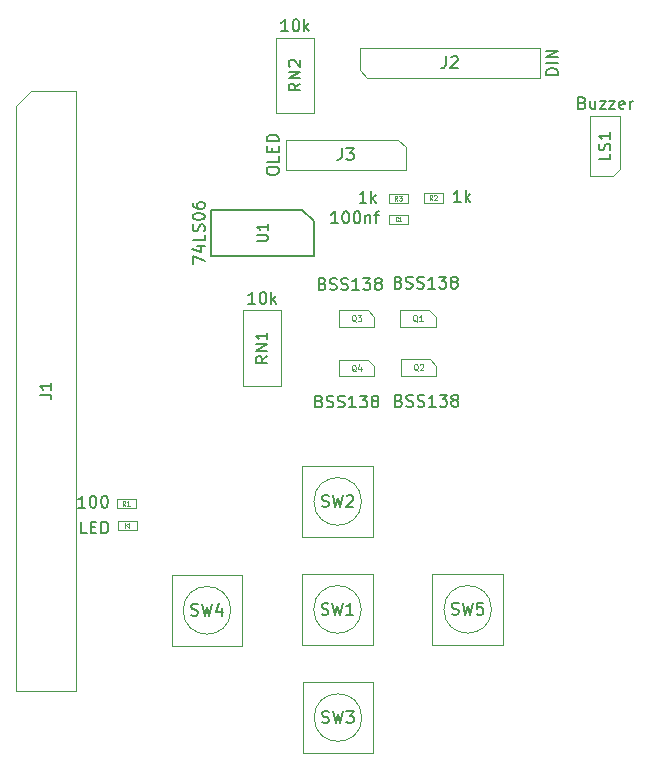
<source format=gbr>
G04 #@! TF.FileFunction,Other,Fab,Top*
%FSLAX46Y46*%
G04 Gerber Fmt 4.6, Leading zero omitted, Abs format (unit mm)*
G04 Created by KiCad (PCBNEW 4.0.7) date 07/10/18 09:51:00*
%MOMM*%
%LPD*%
G01*
G04 APERTURE LIST*
%ADD10C,0.100000*%
%ADD11C,0.150000*%
%ADD12C,0.075000*%
%ADD13C,0.135000*%
G04 APERTURE END LIST*
D10*
X118965880Y-98301760D02*
X117365880Y-98301760D01*
X117365880Y-98301760D02*
X117365880Y-97501760D01*
X117365880Y-97501760D02*
X118965880Y-97501760D01*
X118965880Y-97501760D02*
X118965880Y-98301760D01*
X95019520Y-123630080D02*
X95019520Y-124030080D01*
X95069520Y-123830080D02*
X95369520Y-123630080D01*
X95369520Y-124030080D02*
X95069520Y-123830080D01*
X95369520Y-123630080D02*
X95369520Y-124030080D01*
X96019520Y-124230080D02*
X94419520Y-124230080D01*
X96019520Y-123430080D02*
X96019520Y-124230080D01*
X94419520Y-123430080D02*
X96019520Y-123430080D01*
X94419520Y-124230080D02*
X94419520Y-123430080D01*
X114904520Y-85293200D02*
X114904520Y-83388200D01*
X114904520Y-83388200D02*
X130144520Y-83388200D01*
X130144520Y-83388200D02*
X130144520Y-85928200D01*
X130144520Y-85928200D02*
X115539520Y-85928200D01*
X115539520Y-85928200D02*
X114904520Y-85293200D01*
X118785640Y-91790520D02*
X118785640Y-93695520D01*
X118785640Y-93695520D02*
X108625640Y-93695520D01*
X108625640Y-93695520D02*
X108625640Y-91155520D01*
X108625640Y-91155520D02*
X118150640Y-91155520D01*
X118150640Y-91155520D02*
X118785640Y-91790520D01*
X120759260Y-105601540D02*
X118309260Y-105601540D01*
X121329260Y-106151540D02*
X121329260Y-107001540D01*
X120759260Y-105601540D02*
X121329260Y-106151540D01*
X121329260Y-107001540D02*
X118289260Y-107001540D01*
X118289260Y-105601540D02*
X118289260Y-107001540D01*
X120815140Y-109736660D02*
X118365140Y-109736660D01*
X121385140Y-110286660D02*
X121385140Y-111136660D01*
X120815140Y-109736660D02*
X121385140Y-110286660D01*
X121385140Y-111136660D02*
X118345140Y-111136660D01*
X118345140Y-109736660D02*
X118345140Y-111136660D01*
X115562420Y-105601540D02*
X113112420Y-105601540D01*
X116132420Y-106151540D02*
X116132420Y-107001540D01*
X115562420Y-105601540D02*
X116132420Y-106151540D01*
X116132420Y-107001540D02*
X113092420Y-107001540D01*
X113092420Y-105601540D02*
X113092420Y-107001540D01*
X115562420Y-109792540D02*
X113112420Y-109792540D01*
X116132420Y-110342540D02*
X116132420Y-111192540D01*
X115562420Y-109792540D02*
X116132420Y-110342540D01*
X116132420Y-111192540D02*
X113092420Y-111192540D01*
X113092420Y-109792540D02*
X113092420Y-111192540D01*
X94307760Y-122386040D02*
X94307760Y-121586040D01*
X95907760Y-122386040D02*
X94307760Y-122386040D01*
X95907760Y-121586040D02*
X95907760Y-122386040D01*
X94307760Y-121586040D02*
X95907760Y-121586040D01*
X120299580Y-96485660D02*
X120299580Y-95685660D01*
X121899580Y-96485660D02*
X120299580Y-96485660D01*
X121899580Y-95685660D02*
X121899580Y-96485660D01*
X120299580Y-95685660D02*
X121899580Y-95685660D01*
X118937940Y-95741540D02*
X118937940Y-96541540D01*
X117337940Y-95741540D02*
X118937940Y-95741540D01*
X117337940Y-96541540D02*
X117337940Y-95741540D01*
X118937940Y-96541540D02*
X117337940Y-96541540D01*
X108221580Y-112016140D02*
X105021580Y-112016140D01*
X105021580Y-112016140D02*
X105021580Y-105616140D01*
X105021580Y-105616140D02*
X108221580Y-105616140D01*
X108221580Y-105616140D02*
X108221580Y-112016140D01*
X111013040Y-88919920D02*
X107813040Y-88919920D01*
X107813040Y-88919920D02*
X107813040Y-82519920D01*
X107813040Y-82519920D02*
X111013040Y-82519920D01*
X111013040Y-82519920D02*
X111013040Y-88919920D01*
X113003400Y-127939100D02*
X116003400Y-127939100D01*
X116003400Y-127939100D02*
X116003400Y-133939100D01*
X116003400Y-133939100D02*
X110003400Y-133939100D01*
X110003400Y-133939100D02*
X110003400Y-127939100D01*
X110003400Y-127939100D02*
X113003400Y-127939100D01*
X115018964Y-130939100D02*
G75*
G03X115018964Y-130939100I-2015564J0D01*
G01*
X113018640Y-118795100D02*
X116018640Y-118795100D01*
X116018640Y-118795100D02*
X116018640Y-124795100D01*
X116018640Y-124795100D02*
X110018640Y-124795100D01*
X110018640Y-124795100D02*
X110018640Y-118795100D01*
X110018640Y-118795100D02*
X113018640Y-118795100D01*
X115034204Y-121795100D02*
G75*
G03X115034204Y-121795100I-2015564J0D01*
G01*
X113046580Y-137095800D02*
X116046580Y-137095800D01*
X116046580Y-137095800D02*
X116046580Y-143095800D01*
X116046580Y-143095800D02*
X110046580Y-143095800D01*
X110046580Y-143095800D02*
X110046580Y-137095800D01*
X110046580Y-137095800D02*
X113046580Y-137095800D01*
X115062144Y-140095800D02*
G75*
G03X115062144Y-140095800I-2015564J0D01*
G01*
X101954400Y-128015300D02*
X104954400Y-128015300D01*
X104954400Y-128015300D02*
X104954400Y-134015300D01*
X104954400Y-134015300D02*
X98954400Y-134015300D01*
X98954400Y-134015300D02*
X98954400Y-128015300D01*
X98954400Y-128015300D02*
X101954400Y-128015300D01*
X103969964Y-131015300D02*
G75*
G03X103969964Y-131015300I-2015564J0D01*
G01*
X124027000Y-127931480D02*
X127027000Y-127931480D01*
X127027000Y-127931480D02*
X127027000Y-133931480D01*
X127027000Y-133931480D02*
X121027000Y-133931480D01*
X121027000Y-133931480D02*
X121027000Y-127931480D01*
X121027000Y-127931480D02*
X124027000Y-127931480D01*
X126042564Y-130931480D02*
G75*
G03X126042564Y-130931480I-2015564J0D01*
G01*
D11*
X111030000Y-98084600D02*
X111030000Y-100984600D01*
X111030000Y-100984600D02*
X102330000Y-100984600D01*
X102330000Y-100984600D02*
X102330000Y-97084600D01*
X102330000Y-97084600D02*
X110030000Y-97084600D01*
X110030000Y-97084600D02*
X111030000Y-98084600D01*
D10*
X87061040Y-87020400D02*
X90871040Y-87020400D01*
X90871040Y-87020400D02*
X90871040Y-137820400D01*
X90871040Y-137820400D02*
X85791040Y-137820400D01*
X85791040Y-137820400D02*
X85791040Y-88290400D01*
X85791040Y-88290400D02*
X87061040Y-87020400D01*
X136296400Y-94259400D02*
X134391400Y-94259400D01*
X134391400Y-94259400D02*
X134391400Y-89179400D01*
X134391400Y-89179400D02*
X136931400Y-89179400D01*
X136931400Y-89179400D02*
X136931400Y-93624400D01*
X136931400Y-93624400D02*
X136296400Y-94259400D01*
D11*
X113037478Y-98242381D02*
X112466049Y-98242381D01*
X112751763Y-98242381D02*
X112751763Y-97242381D01*
X112656525Y-97385238D01*
X112561287Y-97480476D01*
X112466049Y-97528095D01*
X113656525Y-97242381D02*
X113751764Y-97242381D01*
X113847002Y-97290000D01*
X113894621Y-97337619D01*
X113942240Y-97432857D01*
X113989859Y-97623333D01*
X113989859Y-97861429D01*
X113942240Y-98051905D01*
X113894621Y-98147143D01*
X113847002Y-98194762D01*
X113751764Y-98242381D01*
X113656525Y-98242381D01*
X113561287Y-98194762D01*
X113513668Y-98147143D01*
X113466049Y-98051905D01*
X113418430Y-97861429D01*
X113418430Y-97623333D01*
X113466049Y-97432857D01*
X113513668Y-97337619D01*
X113561287Y-97290000D01*
X113656525Y-97242381D01*
X114608906Y-97242381D02*
X114704145Y-97242381D01*
X114799383Y-97290000D01*
X114847002Y-97337619D01*
X114894621Y-97432857D01*
X114942240Y-97623333D01*
X114942240Y-97861429D01*
X114894621Y-98051905D01*
X114847002Y-98147143D01*
X114799383Y-98194762D01*
X114704145Y-98242381D01*
X114608906Y-98242381D01*
X114513668Y-98194762D01*
X114466049Y-98147143D01*
X114418430Y-98051905D01*
X114370811Y-97861429D01*
X114370811Y-97623333D01*
X114418430Y-97432857D01*
X114466049Y-97337619D01*
X114513668Y-97290000D01*
X114608906Y-97242381D01*
X115370811Y-97575714D02*
X115370811Y-98242381D01*
X115370811Y-97670952D02*
X115418430Y-97623333D01*
X115513668Y-97575714D01*
X115656526Y-97575714D01*
X115751764Y-97623333D01*
X115799383Y-97718571D01*
X115799383Y-98242381D01*
X116132716Y-97575714D02*
X116513668Y-97575714D01*
X116275573Y-98242381D02*
X116275573Y-97385238D01*
X116323192Y-97290000D01*
X116418430Y-97242381D01*
X116513668Y-97242381D01*
D12*
X118115880Y-98008903D02*
X118101594Y-98023189D01*
X118058737Y-98037474D01*
X118030166Y-98037474D01*
X117987309Y-98023189D01*
X117958737Y-97994617D01*
X117944452Y-97966046D01*
X117930166Y-97908903D01*
X117930166Y-97866046D01*
X117944452Y-97808903D01*
X117958737Y-97780331D01*
X117987309Y-97751760D01*
X118030166Y-97737474D01*
X118058737Y-97737474D01*
X118101594Y-97751760D01*
X118115880Y-97766046D01*
X118401594Y-98037474D02*
X118230166Y-98037474D01*
X118315880Y-98037474D02*
X118315880Y-97737474D01*
X118287309Y-97780331D01*
X118258737Y-97808903D01*
X118230166Y-97823189D01*
D11*
X91782663Y-124505981D02*
X91306472Y-124505981D01*
X91306472Y-123505981D01*
X92115996Y-123982171D02*
X92449330Y-123982171D01*
X92592187Y-124505981D02*
X92115996Y-124505981D01*
X92115996Y-123505981D01*
X92592187Y-123505981D01*
X93020758Y-124505981D02*
X93020758Y-123505981D01*
X93258853Y-123505981D01*
X93401711Y-123553600D01*
X93496949Y-123648838D01*
X93544568Y-123744076D01*
X93592187Y-123934552D01*
X93592187Y-124077410D01*
X93544568Y-124267886D01*
X93496949Y-124363124D01*
X93401711Y-124458362D01*
X93258853Y-124505981D01*
X93020758Y-124505981D01*
X131656901Y-85682009D02*
X130656901Y-85682009D01*
X130656901Y-85443914D01*
X130704520Y-85301056D01*
X130799758Y-85205818D01*
X130894996Y-85158199D01*
X131085472Y-85110580D01*
X131228330Y-85110580D01*
X131418806Y-85158199D01*
X131514044Y-85205818D01*
X131609282Y-85301056D01*
X131656901Y-85443914D01*
X131656901Y-85682009D01*
X131656901Y-84682009D02*
X130656901Y-84682009D01*
X131656901Y-84205819D02*
X130656901Y-84205819D01*
X131656901Y-83634390D01*
X130656901Y-83634390D01*
X122191187Y-84110581D02*
X122191187Y-84824867D01*
X122143567Y-84967724D01*
X122048329Y-85062962D01*
X121905472Y-85110581D01*
X121810234Y-85110581D01*
X122619758Y-84205819D02*
X122667377Y-84158200D01*
X122762615Y-84110581D01*
X123000711Y-84110581D01*
X123095949Y-84158200D01*
X123143568Y-84205819D01*
X123191187Y-84301057D01*
X123191187Y-84396295D01*
X123143568Y-84539152D01*
X122572139Y-85110581D01*
X123191187Y-85110581D01*
X107018021Y-93877901D02*
X107018021Y-93687424D01*
X107065640Y-93592186D01*
X107160878Y-93496948D01*
X107351354Y-93449329D01*
X107684688Y-93449329D01*
X107875164Y-93496948D01*
X107970402Y-93592186D01*
X108018021Y-93687424D01*
X108018021Y-93877901D01*
X107970402Y-93973139D01*
X107875164Y-94068377D01*
X107684688Y-94115996D01*
X107351354Y-94115996D01*
X107160878Y-94068377D01*
X107065640Y-93973139D01*
X107018021Y-93877901D01*
X108018021Y-92544567D02*
X108018021Y-93020758D01*
X107018021Y-93020758D01*
X107494211Y-92211234D02*
X107494211Y-91877900D01*
X108018021Y-91735043D02*
X108018021Y-92211234D01*
X107018021Y-92211234D01*
X107018021Y-91735043D01*
X108018021Y-91306472D02*
X107018021Y-91306472D01*
X107018021Y-91068377D01*
X107065640Y-90925519D01*
X107160878Y-90830281D01*
X107256116Y-90782662D01*
X107446592Y-90735043D01*
X107589450Y-90735043D01*
X107779926Y-90782662D01*
X107875164Y-90830281D01*
X107970402Y-90925519D01*
X108018021Y-91068377D01*
X108018021Y-91306472D01*
X113372307Y-91877901D02*
X113372307Y-92592187D01*
X113324687Y-92735044D01*
X113229449Y-92830282D01*
X113086592Y-92877901D01*
X112991354Y-92877901D01*
X113753259Y-91877901D02*
X114372307Y-91877901D01*
X114038973Y-92258853D01*
X114181831Y-92258853D01*
X114277069Y-92306472D01*
X114324688Y-92354091D01*
X114372307Y-92449330D01*
X114372307Y-92687425D01*
X114324688Y-92782663D01*
X114277069Y-92830282D01*
X114181831Y-92877901D01*
X113896116Y-92877901D01*
X113800878Y-92830282D01*
X113753259Y-92782663D01*
X118167757Y-103250691D02*
X118310614Y-103298310D01*
X118358233Y-103345930D01*
X118405852Y-103441168D01*
X118405852Y-103584025D01*
X118358233Y-103679263D01*
X118310614Y-103726882D01*
X118215376Y-103774501D01*
X117834423Y-103774501D01*
X117834423Y-102774501D01*
X118167757Y-102774501D01*
X118262995Y-102822120D01*
X118310614Y-102869739D01*
X118358233Y-102964977D01*
X118358233Y-103060215D01*
X118310614Y-103155453D01*
X118262995Y-103203072D01*
X118167757Y-103250691D01*
X117834423Y-103250691D01*
X118786804Y-103726882D02*
X118929661Y-103774501D01*
X119167757Y-103774501D01*
X119262995Y-103726882D01*
X119310614Y-103679263D01*
X119358233Y-103584025D01*
X119358233Y-103488787D01*
X119310614Y-103393549D01*
X119262995Y-103345930D01*
X119167757Y-103298310D01*
X118977280Y-103250691D01*
X118882042Y-103203072D01*
X118834423Y-103155453D01*
X118786804Y-103060215D01*
X118786804Y-102964977D01*
X118834423Y-102869739D01*
X118882042Y-102822120D01*
X118977280Y-102774501D01*
X119215376Y-102774501D01*
X119358233Y-102822120D01*
X119739185Y-103726882D02*
X119882042Y-103774501D01*
X120120138Y-103774501D01*
X120215376Y-103726882D01*
X120262995Y-103679263D01*
X120310614Y-103584025D01*
X120310614Y-103488787D01*
X120262995Y-103393549D01*
X120215376Y-103345930D01*
X120120138Y-103298310D01*
X119929661Y-103250691D01*
X119834423Y-103203072D01*
X119786804Y-103155453D01*
X119739185Y-103060215D01*
X119739185Y-102964977D01*
X119786804Y-102869739D01*
X119834423Y-102822120D01*
X119929661Y-102774501D01*
X120167757Y-102774501D01*
X120310614Y-102822120D01*
X121262995Y-103774501D02*
X120691566Y-103774501D01*
X120977280Y-103774501D02*
X120977280Y-102774501D01*
X120882042Y-102917358D01*
X120786804Y-103012596D01*
X120691566Y-103060215D01*
X121596328Y-102774501D02*
X122215376Y-102774501D01*
X121882042Y-103155453D01*
X122024900Y-103155453D01*
X122120138Y-103203072D01*
X122167757Y-103250691D01*
X122215376Y-103345930D01*
X122215376Y-103584025D01*
X122167757Y-103679263D01*
X122120138Y-103726882D01*
X122024900Y-103774501D01*
X121739185Y-103774501D01*
X121643947Y-103726882D01*
X121596328Y-103679263D01*
X122786804Y-103203072D02*
X122691566Y-103155453D01*
X122643947Y-103107834D01*
X122596328Y-103012596D01*
X122596328Y-102964977D01*
X122643947Y-102869739D01*
X122691566Y-102822120D01*
X122786804Y-102774501D01*
X122977281Y-102774501D01*
X123072519Y-102822120D01*
X123120138Y-102869739D01*
X123167757Y-102964977D01*
X123167757Y-103012596D01*
X123120138Y-103107834D01*
X123072519Y-103155453D01*
X122977281Y-103203072D01*
X122786804Y-103203072D01*
X122691566Y-103250691D01*
X122643947Y-103298310D01*
X122596328Y-103393549D01*
X122596328Y-103584025D01*
X122643947Y-103679263D01*
X122691566Y-103726882D01*
X122786804Y-103774501D01*
X122977281Y-103774501D01*
X123072519Y-103726882D01*
X123120138Y-103679263D01*
X123167757Y-103584025D01*
X123167757Y-103393549D01*
X123120138Y-103298310D01*
X123072519Y-103250691D01*
X122977281Y-103203072D01*
D12*
X119761641Y-106575350D02*
X119714022Y-106551540D01*
X119666403Y-106503921D01*
X119594974Y-106432492D01*
X119547355Y-106408683D01*
X119499736Y-106408683D01*
X119523546Y-106527730D02*
X119475927Y-106503921D01*
X119428308Y-106456302D01*
X119404498Y-106361064D01*
X119404498Y-106194397D01*
X119428308Y-106099159D01*
X119475927Y-106051540D01*
X119523546Y-106027730D01*
X119618784Y-106027730D01*
X119666403Y-106051540D01*
X119714022Y-106099159D01*
X119737831Y-106194397D01*
X119737831Y-106361064D01*
X119714022Y-106456302D01*
X119666403Y-106503921D01*
X119618784Y-106527730D01*
X119523546Y-106527730D01*
X120214022Y-106527730D02*
X119928308Y-106527730D01*
X120071165Y-106527730D02*
X120071165Y-106027730D01*
X120023546Y-106099159D01*
X119975927Y-106146778D01*
X119928308Y-106170588D01*
D11*
X118223637Y-113253211D02*
X118366494Y-113300830D01*
X118414113Y-113348450D01*
X118461732Y-113443688D01*
X118461732Y-113586545D01*
X118414113Y-113681783D01*
X118366494Y-113729402D01*
X118271256Y-113777021D01*
X117890303Y-113777021D01*
X117890303Y-112777021D01*
X118223637Y-112777021D01*
X118318875Y-112824640D01*
X118366494Y-112872259D01*
X118414113Y-112967497D01*
X118414113Y-113062735D01*
X118366494Y-113157973D01*
X118318875Y-113205592D01*
X118223637Y-113253211D01*
X117890303Y-113253211D01*
X118842684Y-113729402D02*
X118985541Y-113777021D01*
X119223637Y-113777021D01*
X119318875Y-113729402D01*
X119366494Y-113681783D01*
X119414113Y-113586545D01*
X119414113Y-113491307D01*
X119366494Y-113396069D01*
X119318875Y-113348450D01*
X119223637Y-113300830D01*
X119033160Y-113253211D01*
X118937922Y-113205592D01*
X118890303Y-113157973D01*
X118842684Y-113062735D01*
X118842684Y-112967497D01*
X118890303Y-112872259D01*
X118937922Y-112824640D01*
X119033160Y-112777021D01*
X119271256Y-112777021D01*
X119414113Y-112824640D01*
X119795065Y-113729402D02*
X119937922Y-113777021D01*
X120176018Y-113777021D01*
X120271256Y-113729402D01*
X120318875Y-113681783D01*
X120366494Y-113586545D01*
X120366494Y-113491307D01*
X120318875Y-113396069D01*
X120271256Y-113348450D01*
X120176018Y-113300830D01*
X119985541Y-113253211D01*
X119890303Y-113205592D01*
X119842684Y-113157973D01*
X119795065Y-113062735D01*
X119795065Y-112967497D01*
X119842684Y-112872259D01*
X119890303Y-112824640D01*
X119985541Y-112777021D01*
X120223637Y-112777021D01*
X120366494Y-112824640D01*
X121318875Y-113777021D02*
X120747446Y-113777021D01*
X121033160Y-113777021D02*
X121033160Y-112777021D01*
X120937922Y-112919878D01*
X120842684Y-113015116D01*
X120747446Y-113062735D01*
X121652208Y-112777021D02*
X122271256Y-112777021D01*
X121937922Y-113157973D01*
X122080780Y-113157973D01*
X122176018Y-113205592D01*
X122223637Y-113253211D01*
X122271256Y-113348450D01*
X122271256Y-113586545D01*
X122223637Y-113681783D01*
X122176018Y-113729402D01*
X122080780Y-113777021D01*
X121795065Y-113777021D01*
X121699827Y-113729402D01*
X121652208Y-113681783D01*
X122842684Y-113205592D02*
X122747446Y-113157973D01*
X122699827Y-113110354D01*
X122652208Y-113015116D01*
X122652208Y-112967497D01*
X122699827Y-112872259D01*
X122747446Y-112824640D01*
X122842684Y-112777021D01*
X123033161Y-112777021D01*
X123128399Y-112824640D01*
X123176018Y-112872259D01*
X123223637Y-112967497D01*
X123223637Y-113015116D01*
X123176018Y-113110354D01*
X123128399Y-113157973D01*
X123033161Y-113205592D01*
X122842684Y-113205592D01*
X122747446Y-113253211D01*
X122699827Y-113300830D01*
X122652208Y-113396069D01*
X122652208Y-113586545D01*
X122699827Y-113681783D01*
X122747446Y-113729402D01*
X122842684Y-113777021D01*
X123033161Y-113777021D01*
X123128399Y-113729402D01*
X123176018Y-113681783D01*
X123223637Y-113586545D01*
X123223637Y-113396069D01*
X123176018Y-113300830D01*
X123128399Y-113253211D01*
X123033161Y-113205592D01*
D12*
X119817521Y-110710470D02*
X119769902Y-110686660D01*
X119722283Y-110639041D01*
X119650854Y-110567612D01*
X119603235Y-110543803D01*
X119555616Y-110543803D01*
X119579426Y-110662850D02*
X119531807Y-110639041D01*
X119484188Y-110591422D01*
X119460378Y-110496184D01*
X119460378Y-110329517D01*
X119484188Y-110234279D01*
X119531807Y-110186660D01*
X119579426Y-110162850D01*
X119674664Y-110162850D01*
X119722283Y-110186660D01*
X119769902Y-110234279D01*
X119793711Y-110329517D01*
X119793711Y-110496184D01*
X119769902Y-110591422D01*
X119722283Y-110639041D01*
X119674664Y-110662850D01*
X119579426Y-110662850D01*
X119984188Y-110210470D02*
X120007998Y-110186660D01*
X120055617Y-110162850D01*
X120174664Y-110162850D01*
X120222283Y-110186660D01*
X120246093Y-110210470D01*
X120269902Y-110258089D01*
X120269902Y-110305708D01*
X120246093Y-110377136D01*
X119960379Y-110662850D01*
X120269902Y-110662850D01*
D11*
X111741557Y-103362451D02*
X111884414Y-103410070D01*
X111932033Y-103457690D01*
X111979652Y-103552928D01*
X111979652Y-103695785D01*
X111932033Y-103791023D01*
X111884414Y-103838642D01*
X111789176Y-103886261D01*
X111408223Y-103886261D01*
X111408223Y-102886261D01*
X111741557Y-102886261D01*
X111836795Y-102933880D01*
X111884414Y-102981499D01*
X111932033Y-103076737D01*
X111932033Y-103171975D01*
X111884414Y-103267213D01*
X111836795Y-103314832D01*
X111741557Y-103362451D01*
X111408223Y-103362451D01*
X112360604Y-103838642D02*
X112503461Y-103886261D01*
X112741557Y-103886261D01*
X112836795Y-103838642D01*
X112884414Y-103791023D01*
X112932033Y-103695785D01*
X112932033Y-103600547D01*
X112884414Y-103505309D01*
X112836795Y-103457690D01*
X112741557Y-103410070D01*
X112551080Y-103362451D01*
X112455842Y-103314832D01*
X112408223Y-103267213D01*
X112360604Y-103171975D01*
X112360604Y-103076737D01*
X112408223Y-102981499D01*
X112455842Y-102933880D01*
X112551080Y-102886261D01*
X112789176Y-102886261D01*
X112932033Y-102933880D01*
X113312985Y-103838642D02*
X113455842Y-103886261D01*
X113693938Y-103886261D01*
X113789176Y-103838642D01*
X113836795Y-103791023D01*
X113884414Y-103695785D01*
X113884414Y-103600547D01*
X113836795Y-103505309D01*
X113789176Y-103457690D01*
X113693938Y-103410070D01*
X113503461Y-103362451D01*
X113408223Y-103314832D01*
X113360604Y-103267213D01*
X113312985Y-103171975D01*
X113312985Y-103076737D01*
X113360604Y-102981499D01*
X113408223Y-102933880D01*
X113503461Y-102886261D01*
X113741557Y-102886261D01*
X113884414Y-102933880D01*
X114836795Y-103886261D02*
X114265366Y-103886261D01*
X114551080Y-103886261D02*
X114551080Y-102886261D01*
X114455842Y-103029118D01*
X114360604Y-103124356D01*
X114265366Y-103171975D01*
X115170128Y-102886261D02*
X115789176Y-102886261D01*
X115455842Y-103267213D01*
X115598700Y-103267213D01*
X115693938Y-103314832D01*
X115741557Y-103362451D01*
X115789176Y-103457690D01*
X115789176Y-103695785D01*
X115741557Y-103791023D01*
X115693938Y-103838642D01*
X115598700Y-103886261D01*
X115312985Y-103886261D01*
X115217747Y-103838642D01*
X115170128Y-103791023D01*
X116360604Y-103314832D02*
X116265366Y-103267213D01*
X116217747Y-103219594D01*
X116170128Y-103124356D01*
X116170128Y-103076737D01*
X116217747Y-102981499D01*
X116265366Y-102933880D01*
X116360604Y-102886261D01*
X116551081Y-102886261D01*
X116646319Y-102933880D01*
X116693938Y-102981499D01*
X116741557Y-103076737D01*
X116741557Y-103124356D01*
X116693938Y-103219594D01*
X116646319Y-103267213D01*
X116551081Y-103314832D01*
X116360604Y-103314832D01*
X116265366Y-103362451D01*
X116217747Y-103410070D01*
X116170128Y-103505309D01*
X116170128Y-103695785D01*
X116217747Y-103791023D01*
X116265366Y-103838642D01*
X116360604Y-103886261D01*
X116551081Y-103886261D01*
X116646319Y-103838642D01*
X116693938Y-103791023D01*
X116741557Y-103695785D01*
X116741557Y-103505309D01*
X116693938Y-103410070D01*
X116646319Y-103362451D01*
X116551081Y-103314832D01*
D12*
X114564801Y-106575350D02*
X114517182Y-106551540D01*
X114469563Y-106503921D01*
X114398134Y-106432492D01*
X114350515Y-106408683D01*
X114302896Y-106408683D01*
X114326706Y-106527730D02*
X114279087Y-106503921D01*
X114231468Y-106456302D01*
X114207658Y-106361064D01*
X114207658Y-106194397D01*
X114231468Y-106099159D01*
X114279087Y-106051540D01*
X114326706Y-106027730D01*
X114421944Y-106027730D01*
X114469563Y-106051540D01*
X114517182Y-106099159D01*
X114540991Y-106194397D01*
X114540991Y-106361064D01*
X114517182Y-106456302D01*
X114469563Y-106503921D01*
X114421944Y-106527730D01*
X114326706Y-106527730D01*
X114707659Y-106027730D02*
X115017182Y-106027730D01*
X114850516Y-106218207D01*
X114921944Y-106218207D01*
X114969563Y-106242016D01*
X114993373Y-106265826D01*
X115017182Y-106313445D01*
X115017182Y-106432492D01*
X114993373Y-106480111D01*
X114969563Y-106503921D01*
X114921944Y-106527730D01*
X114779087Y-106527730D01*
X114731468Y-106503921D01*
X114707659Y-106480111D01*
D11*
X111462157Y-113309091D02*
X111605014Y-113356710D01*
X111652633Y-113404330D01*
X111700252Y-113499568D01*
X111700252Y-113642425D01*
X111652633Y-113737663D01*
X111605014Y-113785282D01*
X111509776Y-113832901D01*
X111128823Y-113832901D01*
X111128823Y-112832901D01*
X111462157Y-112832901D01*
X111557395Y-112880520D01*
X111605014Y-112928139D01*
X111652633Y-113023377D01*
X111652633Y-113118615D01*
X111605014Y-113213853D01*
X111557395Y-113261472D01*
X111462157Y-113309091D01*
X111128823Y-113309091D01*
X112081204Y-113785282D02*
X112224061Y-113832901D01*
X112462157Y-113832901D01*
X112557395Y-113785282D01*
X112605014Y-113737663D01*
X112652633Y-113642425D01*
X112652633Y-113547187D01*
X112605014Y-113451949D01*
X112557395Y-113404330D01*
X112462157Y-113356710D01*
X112271680Y-113309091D01*
X112176442Y-113261472D01*
X112128823Y-113213853D01*
X112081204Y-113118615D01*
X112081204Y-113023377D01*
X112128823Y-112928139D01*
X112176442Y-112880520D01*
X112271680Y-112832901D01*
X112509776Y-112832901D01*
X112652633Y-112880520D01*
X113033585Y-113785282D02*
X113176442Y-113832901D01*
X113414538Y-113832901D01*
X113509776Y-113785282D01*
X113557395Y-113737663D01*
X113605014Y-113642425D01*
X113605014Y-113547187D01*
X113557395Y-113451949D01*
X113509776Y-113404330D01*
X113414538Y-113356710D01*
X113224061Y-113309091D01*
X113128823Y-113261472D01*
X113081204Y-113213853D01*
X113033585Y-113118615D01*
X113033585Y-113023377D01*
X113081204Y-112928139D01*
X113128823Y-112880520D01*
X113224061Y-112832901D01*
X113462157Y-112832901D01*
X113605014Y-112880520D01*
X114557395Y-113832901D02*
X113985966Y-113832901D01*
X114271680Y-113832901D02*
X114271680Y-112832901D01*
X114176442Y-112975758D01*
X114081204Y-113070996D01*
X113985966Y-113118615D01*
X114890728Y-112832901D02*
X115509776Y-112832901D01*
X115176442Y-113213853D01*
X115319300Y-113213853D01*
X115414538Y-113261472D01*
X115462157Y-113309091D01*
X115509776Y-113404330D01*
X115509776Y-113642425D01*
X115462157Y-113737663D01*
X115414538Y-113785282D01*
X115319300Y-113832901D01*
X115033585Y-113832901D01*
X114938347Y-113785282D01*
X114890728Y-113737663D01*
X116081204Y-113261472D02*
X115985966Y-113213853D01*
X115938347Y-113166234D01*
X115890728Y-113070996D01*
X115890728Y-113023377D01*
X115938347Y-112928139D01*
X115985966Y-112880520D01*
X116081204Y-112832901D01*
X116271681Y-112832901D01*
X116366919Y-112880520D01*
X116414538Y-112928139D01*
X116462157Y-113023377D01*
X116462157Y-113070996D01*
X116414538Y-113166234D01*
X116366919Y-113213853D01*
X116271681Y-113261472D01*
X116081204Y-113261472D01*
X115985966Y-113309091D01*
X115938347Y-113356710D01*
X115890728Y-113451949D01*
X115890728Y-113642425D01*
X115938347Y-113737663D01*
X115985966Y-113785282D01*
X116081204Y-113832901D01*
X116271681Y-113832901D01*
X116366919Y-113785282D01*
X116414538Y-113737663D01*
X116462157Y-113642425D01*
X116462157Y-113451949D01*
X116414538Y-113356710D01*
X116366919Y-113309091D01*
X116271681Y-113261472D01*
D12*
X114564801Y-110766350D02*
X114517182Y-110742540D01*
X114469563Y-110694921D01*
X114398134Y-110623492D01*
X114350515Y-110599683D01*
X114302896Y-110599683D01*
X114326706Y-110718730D02*
X114279087Y-110694921D01*
X114231468Y-110647302D01*
X114207658Y-110552064D01*
X114207658Y-110385397D01*
X114231468Y-110290159D01*
X114279087Y-110242540D01*
X114326706Y-110218730D01*
X114421944Y-110218730D01*
X114469563Y-110242540D01*
X114517182Y-110290159D01*
X114540991Y-110385397D01*
X114540991Y-110552064D01*
X114517182Y-110647302D01*
X114469563Y-110694921D01*
X114421944Y-110718730D01*
X114326706Y-110718730D01*
X114969563Y-110385397D02*
X114969563Y-110718730D01*
X114850516Y-110194921D02*
X114731468Y-110552064D01*
X115040992Y-110552064D01*
D11*
X91647094Y-122326661D02*
X91075665Y-122326661D01*
X91361379Y-122326661D02*
X91361379Y-121326661D01*
X91266141Y-121469518D01*
X91170903Y-121564756D01*
X91075665Y-121612375D01*
X92266141Y-121326661D02*
X92361380Y-121326661D01*
X92456618Y-121374280D01*
X92504237Y-121421899D01*
X92551856Y-121517137D01*
X92599475Y-121707613D01*
X92599475Y-121945709D01*
X92551856Y-122136185D01*
X92504237Y-122231423D01*
X92456618Y-122279042D01*
X92361380Y-122326661D01*
X92266141Y-122326661D01*
X92170903Y-122279042D01*
X92123284Y-122231423D01*
X92075665Y-122136185D01*
X92028046Y-121945709D01*
X92028046Y-121707613D01*
X92075665Y-121517137D01*
X92123284Y-121421899D01*
X92170903Y-121374280D01*
X92266141Y-121326661D01*
X93218522Y-121326661D02*
X93313761Y-121326661D01*
X93408999Y-121374280D01*
X93456618Y-121421899D01*
X93504237Y-121517137D01*
X93551856Y-121707613D01*
X93551856Y-121945709D01*
X93504237Y-122136185D01*
X93456618Y-122231423D01*
X93408999Y-122279042D01*
X93313761Y-122326661D01*
X93218522Y-122326661D01*
X93123284Y-122279042D01*
X93075665Y-122231423D01*
X93028046Y-122136185D01*
X92980427Y-121945709D01*
X92980427Y-121707613D01*
X93028046Y-121517137D01*
X93075665Y-121421899D01*
X93123284Y-121374280D01*
X93218522Y-121326661D01*
D12*
X95041094Y-122166992D02*
X94907760Y-121976516D01*
X94812522Y-122166992D02*
X94812522Y-121766992D01*
X94964903Y-121766992D01*
X95002998Y-121786040D01*
X95022046Y-121805088D01*
X95041094Y-121843183D01*
X95041094Y-121900326D01*
X95022046Y-121938421D01*
X95002998Y-121957469D01*
X94964903Y-121976516D01*
X94812522Y-121976516D01*
X95422046Y-122166992D02*
X95193474Y-122166992D01*
X95307760Y-122166992D02*
X95307760Y-121766992D01*
X95269665Y-121824135D01*
X95231570Y-121862230D01*
X95193474Y-121881278D01*
D11*
X123431633Y-96454221D02*
X122860204Y-96454221D01*
X123145918Y-96454221D02*
X123145918Y-95454221D01*
X123050680Y-95597078D01*
X122955442Y-95692316D01*
X122860204Y-95739935D01*
X123860204Y-96454221D02*
X123860204Y-95454221D01*
X123955442Y-96073269D02*
X124241157Y-96454221D01*
X124241157Y-95787554D02*
X123860204Y-96168507D01*
D12*
X121032914Y-96266612D02*
X120899580Y-96076136D01*
X120804342Y-96266612D02*
X120804342Y-95866612D01*
X120956723Y-95866612D01*
X120994818Y-95885660D01*
X121013866Y-95904708D01*
X121032914Y-95942803D01*
X121032914Y-95999946D01*
X121013866Y-96038041D01*
X120994818Y-96057089D01*
X120956723Y-96076136D01*
X120804342Y-96076136D01*
X121185294Y-95904708D02*
X121204342Y-95885660D01*
X121242437Y-95866612D01*
X121337675Y-95866612D01*
X121375771Y-95885660D01*
X121394818Y-95904708D01*
X121413866Y-95942803D01*
X121413866Y-95980898D01*
X121394818Y-96038041D01*
X121166247Y-96266612D01*
X121413866Y-96266612D01*
D11*
X115440793Y-96510101D02*
X114869364Y-96510101D01*
X115155078Y-96510101D02*
X115155078Y-95510101D01*
X115059840Y-95652958D01*
X114964602Y-95748196D01*
X114869364Y-95795815D01*
X115869364Y-96510101D02*
X115869364Y-95510101D01*
X115964602Y-96129149D02*
X116250317Y-96510101D01*
X116250317Y-95843434D02*
X115869364Y-96224387D01*
D12*
X118071274Y-96322492D02*
X117937940Y-96132016D01*
X117842702Y-96322492D02*
X117842702Y-95922492D01*
X117995083Y-95922492D01*
X118033178Y-95941540D01*
X118052226Y-95960588D01*
X118071274Y-95998683D01*
X118071274Y-96055826D01*
X118052226Y-96093921D01*
X118033178Y-96112969D01*
X117995083Y-96132016D01*
X117842702Y-96132016D01*
X118204607Y-95922492D02*
X118452226Y-95922492D01*
X118318893Y-96074873D01*
X118376035Y-96074873D01*
X118414131Y-96093921D01*
X118433178Y-96112969D01*
X118452226Y-96151064D01*
X118452226Y-96246302D01*
X118433178Y-96284397D01*
X118414131Y-96303445D01*
X118376035Y-96322492D01*
X118261750Y-96322492D01*
X118223654Y-96303445D01*
X118204607Y-96284397D01*
D11*
X106026342Y-105068521D02*
X105454913Y-105068521D01*
X105740627Y-105068521D02*
X105740627Y-104068521D01*
X105645389Y-104211378D01*
X105550151Y-104306616D01*
X105454913Y-104354235D01*
X106645389Y-104068521D02*
X106740628Y-104068521D01*
X106835866Y-104116140D01*
X106883485Y-104163759D01*
X106931104Y-104258997D01*
X106978723Y-104449473D01*
X106978723Y-104687569D01*
X106931104Y-104878045D01*
X106883485Y-104973283D01*
X106835866Y-105020902D01*
X106740628Y-105068521D01*
X106645389Y-105068521D01*
X106550151Y-105020902D01*
X106502532Y-104973283D01*
X106454913Y-104878045D01*
X106407294Y-104687569D01*
X106407294Y-104449473D01*
X106454913Y-104258997D01*
X106502532Y-104163759D01*
X106550151Y-104116140D01*
X106645389Y-104068521D01*
X107407294Y-105068521D02*
X107407294Y-104068521D01*
X107502532Y-104687569D02*
X107788247Y-105068521D01*
X107788247Y-104401854D02*
X107407294Y-104782807D01*
X107073961Y-109506616D02*
X106597770Y-109839950D01*
X107073961Y-110078045D02*
X106073961Y-110078045D01*
X106073961Y-109697092D01*
X106121580Y-109601854D01*
X106169199Y-109554235D01*
X106264437Y-109506616D01*
X106407294Y-109506616D01*
X106502532Y-109554235D01*
X106550151Y-109601854D01*
X106597770Y-109697092D01*
X106597770Y-110078045D01*
X107073961Y-109078045D02*
X106073961Y-109078045D01*
X107073961Y-108506616D01*
X106073961Y-108506616D01*
X107073961Y-107506616D02*
X107073961Y-108078045D01*
X107073961Y-107792331D02*
X106073961Y-107792331D01*
X106216818Y-107887569D01*
X106312056Y-107982807D01*
X106359675Y-108078045D01*
X108817802Y-81972301D02*
X108246373Y-81972301D01*
X108532087Y-81972301D02*
X108532087Y-80972301D01*
X108436849Y-81115158D01*
X108341611Y-81210396D01*
X108246373Y-81258015D01*
X109436849Y-80972301D02*
X109532088Y-80972301D01*
X109627326Y-81019920D01*
X109674945Y-81067539D01*
X109722564Y-81162777D01*
X109770183Y-81353253D01*
X109770183Y-81591349D01*
X109722564Y-81781825D01*
X109674945Y-81877063D01*
X109627326Y-81924682D01*
X109532088Y-81972301D01*
X109436849Y-81972301D01*
X109341611Y-81924682D01*
X109293992Y-81877063D01*
X109246373Y-81781825D01*
X109198754Y-81591349D01*
X109198754Y-81353253D01*
X109246373Y-81162777D01*
X109293992Y-81067539D01*
X109341611Y-81019920D01*
X109436849Y-80972301D01*
X110198754Y-81972301D02*
X110198754Y-80972301D01*
X110293992Y-81591349D02*
X110579707Y-81972301D01*
X110579707Y-81305634D02*
X110198754Y-81686587D01*
X109865421Y-86410396D02*
X109389230Y-86743730D01*
X109865421Y-86981825D02*
X108865421Y-86981825D01*
X108865421Y-86600872D01*
X108913040Y-86505634D01*
X108960659Y-86458015D01*
X109055897Y-86410396D01*
X109198754Y-86410396D01*
X109293992Y-86458015D01*
X109341611Y-86505634D01*
X109389230Y-86600872D01*
X109389230Y-86981825D01*
X109865421Y-85981825D02*
X108865421Y-85981825D01*
X109865421Y-85410396D01*
X108865421Y-85410396D01*
X108960659Y-84981825D02*
X108913040Y-84934206D01*
X108865421Y-84838968D01*
X108865421Y-84600872D01*
X108913040Y-84505634D01*
X108960659Y-84458015D01*
X109055897Y-84410396D01*
X109151135Y-84410396D01*
X109293992Y-84458015D01*
X109865421Y-85029444D01*
X109865421Y-84410396D01*
X111670067Y-131343862D02*
X111812924Y-131391481D01*
X112051020Y-131391481D01*
X112146258Y-131343862D01*
X112193877Y-131296243D01*
X112241496Y-131201005D01*
X112241496Y-131105767D01*
X112193877Y-131010529D01*
X112146258Y-130962910D01*
X112051020Y-130915290D01*
X111860543Y-130867671D01*
X111765305Y-130820052D01*
X111717686Y-130772433D01*
X111670067Y-130677195D01*
X111670067Y-130581957D01*
X111717686Y-130486719D01*
X111765305Y-130439100D01*
X111860543Y-130391481D01*
X112098639Y-130391481D01*
X112241496Y-130439100D01*
X112574829Y-130391481D02*
X112812924Y-131391481D01*
X113003401Y-130677195D01*
X113193877Y-131391481D01*
X113431972Y-130391481D01*
X114336734Y-131391481D02*
X113765305Y-131391481D01*
X114051019Y-131391481D02*
X114051019Y-130391481D01*
X113955781Y-130534338D01*
X113860543Y-130629576D01*
X113765305Y-130677195D01*
X111685307Y-122199862D02*
X111828164Y-122247481D01*
X112066260Y-122247481D01*
X112161498Y-122199862D01*
X112209117Y-122152243D01*
X112256736Y-122057005D01*
X112256736Y-121961767D01*
X112209117Y-121866529D01*
X112161498Y-121818910D01*
X112066260Y-121771290D01*
X111875783Y-121723671D01*
X111780545Y-121676052D01*
X111732926Y-121628433D01*
X111685307Y-121533195D01*
X111685307Y-121437957D01*
X111732926Y-121342719D01*
X111780545Y-121295100D01*
X111875783Y-121247481D01*
X112113879Y-121247481D01*
X112256736Y-121295100D01*
X112590069Y-121247481D02*
X112828164Y-122247481D01*
X113018641Y-121533195D01*
X113209117Y-122247481D01*
X113447212Y-121247481D01*
X113780545Y-121342719D02*
X113828164Y-121295100D01*
X113923402Y-121247481D01*
X114161498Y-121247481D01*
X114256736Y-121295100D01*
X114304355Y-121342719D01*
X114351974Y-121437957D01*
X114351974Y-121533195D01*
X114304355Y-121676052D01*
X113732926Y-122247481D01*
X114351974Y-122247481D01*
X111713247Y-140500562D02*
X111856104Y-140548181D01*
X112094200Y-140548181D01*
X112189438Y-140500562D01*
X112237057Y-140452943D01*
X112284676Y-140357705D01*
X112284676Y-140262467D01*
X112237057Y-140167229D01*
X112189438Y-140119610D01*
X112094200Y-140071990D01*
X111903723Y-140024371D01*
X111808485Y-139976752D01*
X111760866Y-139929133D01*
X111713247Y-139833895D01*
X111713247Y-139738657D01*
X111760866Y-139643419D01*
X111808485Y-139595800D01*
X111903723Y-139548181D01*
X112141819Y-139548181D01*
X112284676Y-139595800D01*
X112618009Y-139548181D02*
X112856104Y-140548181D01*
X113046581Y-139833895D01*
X113237057Y-140548181D01*
X113475152Y-139548181D01*
X113760866Y-139548181D02*
X114379914Y-139548181D01*
X114046580Y-139929133D01*
X114189438Y-139929133D01*
X114284676Y-139976752D01*
X114332295Y-140024371D01*
X114379914Y-140119610D01*
X114379914Y-140357705D01*
X114332295Y-140452943D01*
X114284676Y-140500562D01*
X114189438Y-140548181D01*
X113903723Y-140548181D01*
X113808485Y-140500562D01*
X113760866Y-140452943D01*
X100621067Y-131420062D02*
X100763924Y-131467681D01*
X101002020Y-131467681D01*
X101097258Y-131420062D01*
X101144877Y-131372443D01*
X101192496Y-131277205D01*
X101192496Y-131181967D01*
X101144877Y-131086729D01*
X101097258Y-131039110D01*
X101002020Y-130991490D01*
X100811543Y-130943871D01*
X100716305Y-130896252D01*
X100668686Y-130848633D01*
X100621067Y-130753395D01*
X100621067Y-130658157D01*
X100668686Y-130562919D01*
X100716305Y-130515300D01*
X100811543Y-130467681D01*
X101049639Y-130467681D01*
X101192496Y-130515300D01*
X101525829Y-130467681D02*
X101763924Y-131467681D01*
X101954401Y-130753395D01*
X102144877Y-131467681D01*
X102382972Y-130467681D01*
X103192496Y-130801014D02*
X103192496Y-131467681D01*
X102954400Y-130420062D02*
X102716305Y-131134348D01*
X103335353Y-131134348D01*
X122693667Y-131336242D02*
X122836524Y-131383861D01*
X123074620Y-131383861D01*
X123169858Y-131336242D01*
X123217477Y-131288623D01*
X123265096Y-131193385D01*
X123265096Y-131098147D01*
X123217477Y-131002909D01*
X123169858Y-130955290D01*
X123074620Y-130907670D01*
X122884143Y-130860051D01*
X122788905Y-130812432D01*
X122741286Y-130764813D01*
X122693667Y-130669575D01*
X122693667Y-130574337D01*
X122741286Y-130479099D01*
X122788905Y-130431480D01*
X122884143Y-130383861D01*
X123122239Y-130383861D01*
X123265096Y-130431480D01*
X123598429Y-130383861D02*
X123836524Y-131383861D01*
X124027001Y-130669575D01*
X124217477Y-131383861D01*
X124455572Y-130383861D01*
X125312715Y-130383861D02*
X124836524Y-130383861D01*
X124788905Y-130860051D01*
X124836524Y-130812432D01*
X124931762Y-130764813D01*
X125169858Y-130764813D01*
X125265096Y-130812432D01*
X125312715Y-130860051D01*
X125360334Y-130955290D01*
X125360334Y-131193385D01*
X125312715Y-131288623D01*
X125265096Y-131336242D01*
X125169858Y-131383861D01*
X124931762Y-131383861D01*
X124836524Y-131336242D01*
X124788905Y-131288623D01*
X100757381Y-101677457D02*
X100757381Y-101010790D01*
X101757381Y-101439362D01*
X101090714Y-100201266D02*
X101757381Y-100201266D01*
X100709762Y-100439362D02*
X101424048Y-100677457D01*
X101424048Y-100058409D01*
X101757381Y-99201266D02*
X101757381Y-99677457D01*
X100757381Y-99677457D01*
X101709762Y-98915552D02*
X101757381Y-98772695D01*
X101757381Y-98534599D01*
X101709762Y-98439361D01*
X101662143Y-98391742D01*
X101566905Y-98344123D01*
X101471667Y-98344123D01*
X101376429Y-98391742D01*
X101328810Y-98439361D01*
X101281190Y-98534599D01*
X101233571Y-98725076D01*
X101185952Y-98820314D01*
X101138333Y-98867933D01*
X101043095Y-98915552D01*
X100947857Y-98915552D01*
X100852619Y-98867933D01*
X100805000Y-98820314D01*
X100757381Y-98725076D01*
X100757381Y-98486980D01*
X100805000Y-98344123D01*
X100757381Y-97725076D02*
X100757381Y-97629837D01*
X100805000Y-97534599D01*
X100852619Y-97486980D01*
X100947857Y-97439361D01*
X101138333Y-97391742D01*
X101376429Y-97391742D01*
X101566905Y-97439361D01*
X101662143Y-97486980D01*
X101709762Y-97534599D01*
X101757381Y-97629837D01*
X101757381Y-97725076D01*
X101709762Y-97820314D01*
X101662143Y-97867933D01*
X101566905Y-97915552D01*
X101376429Y-97963171D01*
X101138333Y-97963171D01*
X100947857Y-97915552D01*
X100852619Y-97867933D01*
X100805000Y-97820314D01*
X100757381Y-97725076D01*
X100757381Y-96534599D02*
X100757381Y-96725076D01*
X100805000Y-96820314D01*
X100852619Y-96867933D01*
X100995476Y-96963171D01*
X101185952Y-97010790D01*
X101566905Y-97010790D01*
X101662143Y-96963171D01*
X101709762Y-96915552D01*
X101757381Y-96820314D01*
X101757381Y-96629837D01*
X101709762Y-96534599D01*
X101662143Y-96486980D01*
X101566905Y-96439361D01*
X101328810Y-96439361D01*
X101233571Y-96486980D01*
X101185952Y-96534599D01*
X101138333Y-96629837D01*
X101138333Y-96820314D01*
X101185952Y-96915552D01*
X101233571Y-96963171D01*
X101328810Y-97010790D01*
D13*
X106187143Y-99720314D02*
X106915714Y-99720314D01*
X107001429Y-99677457D01*
X107044286Y-99634600D01*
X107087143Y-99548886D01*
X107087143Y-99377457D01*
X107044286Y-99291743D01*
X107001429Y-99248886D01*
X106915714Y-99206029D01*
X106187143Y-99206029D01*
X107087143Y-98306029D02*
X107087143Y-98820314D01*
X107087143Y-98563172D02*
X106187143Y-98563172D01*
X106315714Y-98648886D01*
X106401429Y-98734600D01*
X106444286Y-98820314D01*
D11*
X87783421Y-112753733D02*
X88497707Y-112753733D01*
X88640564Y-112801353D01*
X88735802Y-112896591D01*
X88783421Y-113039448D01*
X88783421Y-113134686D01*
X88783421Y-111753733D02*
X88783421Y-112325162D01*
X88783421Y-112039448D02*
X87783421Y-112039448D01*
X87926278Y-112134686D01*
X88021516Y-112229924D01*
X88069135Y-112325162D01*
X133732829Y-88047971D02*
X133875686Y-88095590D01*
X133923305Y-88143210D01*
X133970924Y-88238448D01*
X133970924Y-88381305D01*
X133923305Y-88476543D01*
X133875686Y-88524162D01*
X133780448Y-88571781D01*
X133399495Y-88571781D01*
X133399495Y-87571781D01*
X133732829Y-87571781D01*
X133828067Y-87619400D01*
X133875686Y-87667019D01*
X133923305Y-87762257D01*
X133923305Y-87857495D01*
X133875686Y-87952733D01*
X133828067Y-88000352D01*
X133732829Y-88047971D01*
X133399495Y-88047971D01*
X134828067Y-87905114D02*
X134828067Y-88571781D01*
X134399495Y-87905114D02*
X134399495Y-88428924D01*
X134447114Y-88524162D01*
X134542352Y-88571781D01*
X134685210Y-88571781D01*
X134780448Y-88524162D01*
X134828067Y-88476543D01*
X135209019Y-87905114D02*
X135732829Y-87905114D01*
X135209019Y-88571781D01*
X135732829Y-88571781D01*
X136018543Y-87905114D02*
X136542353Y-87905114D01*
X136018543Y-88571781D01*
X136542353Y-88571781D01*
X137304258Y-88524162D02*
X137209020Y-88571781D01*
X137018543Y-88571781D01*
X136923305Y-88524162D01*
X136875686Y-88428924D01*
X136875686Y-88047971D01*
X136923305Y-87952733D01*
X137018543Y-87905114D01*
X137209020Y-87905114D01*
X137304258Y-87952733D01*
X137351877Y-88047971D01*
X137351877Y-88143210D01*
X136875686Y-88238448D01*
X137780448Y-88571781D02*
X137780448Y-87905114D01*
X137780448Y-88095590D02*
X137828067Y-88000352D01*
X137875686Y-87952733D01*
X137970924Y-87905114D01*
X138066163Y-87905114D01*
X136113781Y-92362257D02*
X136113781Y-92838448D01*
X135113781Y-92838448D01*
X136066162Y-92076543D02*
X136113781Y-91933686D01*
X136113781Y-91695590D01*
X136066162Y-91600352D01*
X136018543Y-91552733D01*
X135923305Y-91505114D01*
X135828067Y-91505114D01*
X135732829Y-91552733D01*
X135685210Y-91600352D01*
X135637590Y-91695590D01*
X135589971Y-91886067D01*
X135542352Y-91981305D01*
X135494733Y-92028924D01*
X135399495Y-92076543D01*
X135304257Y-92076543D01*
X135209019Y-92028924D01*
X135161400Y-91981305D01*
X135113781Y-91886067D01*
X135113781Y-91647971D01*
X135161400Y-91505114D01*
X136113781Y-90552733D02*
X136113781Y-91124162D01*
X136113781Y-90838448D02*
X135113781Y-90838448D01*
X135256638Y-90933686D01*
X135351876Y-91028924D01*
X135399495Y-91124162D01*
M02*

</source>
